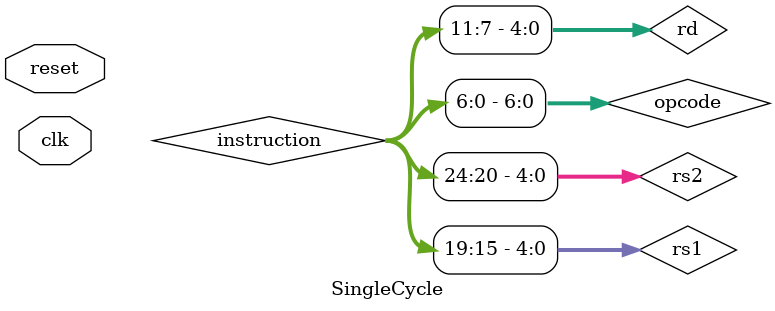
<source format=v>
module SingleCycle(
    input clk,
    input reset
);

    wire [31:0] PC, next_PC, instruction;
    wire [6:0] opcode;
    wire [4:0] rd, rs1, rs2;
    wire [2:0] funct3;
    wire [6:0] funct7;
    wire [31:0] imm, read_data1, read_data2, alu_result, mem_data, write_data;
    wire [3:0] alu_control;
    wire [31:0] pc_plus_4, branch_target;
    wire branch_taken;

    // Señales de control
    wire RegWrite, ALUSrc, MemWrite, MemRead, MemToReg, Branch;
    wire [1:0] ALUOp; 

    ProgramCounter pc_reg (
        .clk(clk),
        .reset(reset),
        .pc_in(next_PC),
        .pc_out(PC)
    );
    InstructionMemory inst_mem (
        .addr(PC),
        .instruction(instruction)
    );

    assign opcode = instruction[6:0];
    assign rd     = instruction[11:7];
    assign funct3 = instruction[14:12];
    assign rs1    = instruction[19:15];
    assign rs2    = instruction[24:20];
    assign funct7 = instruction[31:25];

        ControlUnit control (
        .opcode(opcode),
        .RegWrite(RegWrite),
        .ALUSrc(ALUSrc),
        .MemWrite(MemWrite),
        .MemRead(MemRead),
        .MemToReg(MemToReg),
        .Branch(Branch)
    );

        RegisterFile reg_file (
        .clk(clk),
        .regWriteEnable(RegWrite), 
        .readRegister1(rs1),
        .readRegister2(rs2),
        .writeRegister(rd),
        .writeData(write_data),
        .readData1(read_data1),
        .readData2(read_data2)
    );

    ImmediateGenerator imm_gen (
        .instruction(instruction),
        .immediateSelect(immSel), // Debes definir esta señal
        .immediate(imm) 
    );

    ALUControl alu_ctrl (
        .ALUOp(ALUOp),
        .funct3(funct3),
        .funct7(funct7),
        .ALUControl(alu_control)
    );

    wire [31:0] alu_operand2;
    Mux alu_mux (
        .in0(read_data2),
        .in1(imm),
        .sel(ALUSrc),
        .out(alu_operand2)
    );

    ALU alu (
        .A(read_data1),
        .B(alu_operand2),
        .ALUControl(alu_control),
        .result(alu_result),
        .zero(branch_taken)
    );


        DataMemory data_mem (
        .clk(clk),
        .MemRead(MemRead),
        .MemWrite(MemWrite),
        .addr(alu_result),
        .write_data(read_data2),
        .read_data(mem_data)
    );

    Mux writeback_mux (
        .in0(alu_result),
        .in1(mem_data),
        .sel(MemToReg),
        .out(write_data)
    );


        BranchComparator comparator (
        .rs1(read_data1),
        .rs2(read_data2),
        .funct3(funct3),
        .branch(branch_taken)
    );

    Adder pc_adder_4 (
        .in1(PC),
        .in2(32'd4),
        .sum(pc_plus_4)
    );

    Adder pc_branch_adder (
        .in1(PC),
        .in2(imm),
        .sum(branch_target)
    );

    wire pc_src = Branch & branch_taken;

    Mux pc_mux (
        .in0(pc_plus_4),
        .in1(branch_target),
        .sel(pc_src),
        .out(next_PC)
    );
endmodule


</source>
